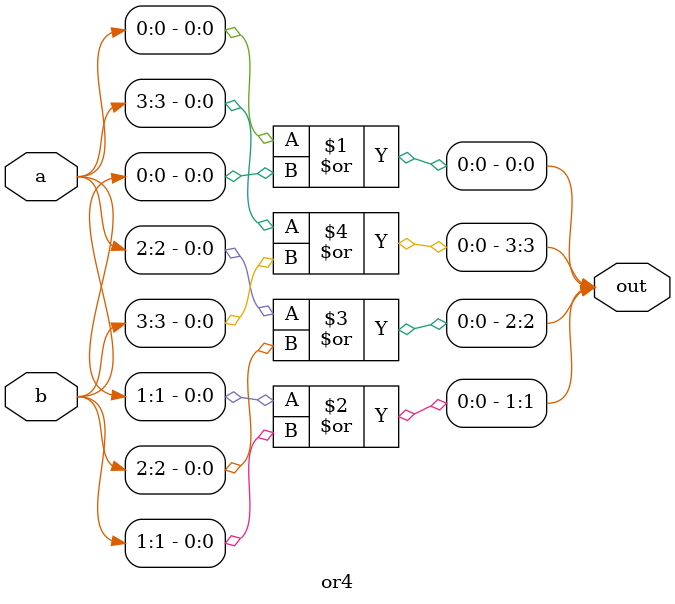
<source format=v>
`timescale 1ns / 1ps


module or4(
    input [3:0] a,
    input [3:0] b,
    output [3:0] out
    );
    or or0 (out[0],a[0],b[0]);
    or or1 (out[1],a[1],b[1]);
    or or2 (out[2],a[2],b[2]);
    or or3 (out[3],a[3],b[3]);
    
endmodule

</source>
